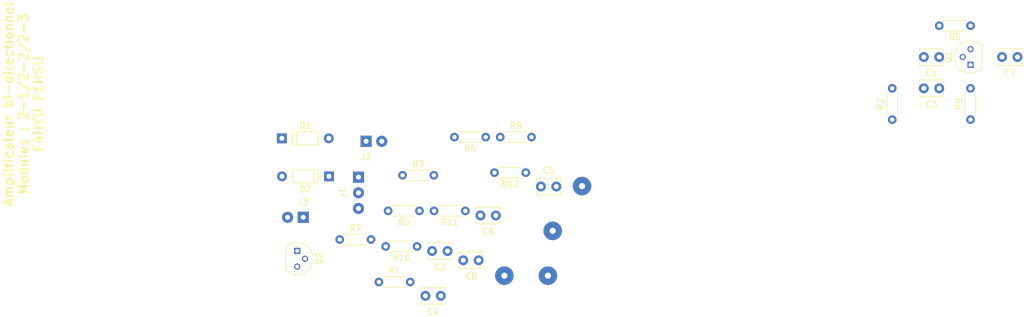
<source format=kicad_pcb>
(kicad_pcb (version 4) (host pcbnew 4.0.7)

  (general
    (links 40)
    (no_connects 40)
    (area 0 0 0 0)
    (thickness 1.6)
    (drawings 1)
    (tracks 0)
    (zones 0)
    (modules 31)
    (nets 18)
  )

  (page A4)
  (layers
    (0 F.Cu signal)
    (31 B.Cu signal)
    (32 B.Adhes user)
    (33 F.Adhes user)
    (34 B.Paste user)
    (35 F.Paste user)
    (36 B.SilkS user)
    (37 F.SilkS user)
    (38 B.Mask user)
    (39 F.Mask user)
    (40 Dwgs.User user)
    (41 Cmts.User user)
    (42 Eco1.User user)
    (43 Eco2.User user)
    (44 Edge.Cuts user)
    (45 Margin user)
    (46 B.CrtYd user)
    (47 F.CrtYd user)
    (48 B.Fab user)
    (49 F.Fab user)
  )

  (setup
    (last_trace_width 1.5)
    (user_trace_width 1)
    (user_trace_width 1.5)
    (user_trace_width 2)
    (trace_clearance 0.2)
    (zone_clearance 0.508)
    (zone_45_only no)
    (trace_min 0.2)
    (segment_width 0.2)
    (edge_width 0.15)
    (via_size 0.6)
    (via_drill 0.4)
    (via_min_size 0.4)
    (via_min_drill 0.3)
    (user_via 1.4 0.8)
    (user_via 1.8 1)
    (user_via 1.8 1)
    (uvia_size 0.3)
    (uvia_drill 0.1)
    (uvias_allowed no)
    (uvia_min_size 0.2)
    (uvia_min_drill 0.1)
    (pcb_text_width 0.3)
    (pcb_text_size 1.5 1.5)
    (mod_edge_width 0.15)
    (mod_text_size 1 1)
    (mod_text_width 0.15)
    (pad_size 1.524 1.524)
    (pad_drill 0.762)
    (pad_to_mask_clearance 0.2)
    (aux_axis_origin 0 0)
    (visible_elements 7FFFFFFF)
    (pcbplotparams
      (layerselection 0x01000_80000001)
      (usegerberextensions false)
      (excludeedgelayer true)
      (linewidth 0.100000)
      (plotframeref false)
      (viasonmask false)
      (mode 1)
      (useauxorigin false)
      (hpglpennumber 1)
      (hpglpenspeed 20)
      (hpglpendiameter 15)
      (hpglpenoverlay 2)
      (psnegative false)
      (psa4output false)
      (plotreference true)
      (plotvalue true)
      (plotinvisibletext false)
      (padsonsilk false)
      (subtractmaskfromsilk false)
      (outputformat 1)
      (mirror false)
      (drillshape 0)
      (scaleselection 1)
      (outputdirectory C:/Users/PORTABLE/Documents/GitProjets/Fablab19-Alex-BITX40-Projet/Kicad/Circuits-Imprimés/Module_2-1_2_3-Amplificateur-Bi-Directionnel-BITX40/Gerbers/))
  )

  (net 0 "")
  (net 1 "Net-(C1-Pad1)")
  (net 2 "Net-(C1-Pad2)")
  (net 3 "Net-(C2-Pad1)")
  (net 4 "Net-(C3-Pad1)")
  (net 5 "Net-(C3-Pad2)")
  (net 6 GND)
  (net 7 "Net-(C4-Pad2)")
  (net 8 "Net-(C5-Pad2)")
  (net 9 "Net-(C6-Pad1)")
  (net 10 "Net-(C6-Pad2)")
  (net 11 "Net-(C7-Pad1)")
  (net 12 "Net-(C7-Pad2)")
  (net 13 "Net-(C8-Pad2)")
  (net 14 "Net-(D1-Pad2)")
  (net 15 "Net-(D2-Pad2)")
  (net 16 TX)
  (net 17 RX)

  (net_class Default "Ceci est la Netclass par défaut"
    (clearance 0.2)
    (trace_width 0.25)
    (via_dia 0.6)
    (via_drill 0.4)
    (uvia_dia 0.3)
    (uvia_drill 0.1)
    (add_net GND)
    (add_net "Net-(C1-Pad1)")
    (add_net "Net-(C1-Pad2)")
    (add_net "Net-(C2-Pad1)")
    (add_net "Net-(C3-Pad1)")
    (add_net "Net-(C3-Pad2)")
    (add_net "Net-(C4-Pad2)")
    (add_net "Net-(C5-Pad2)")
    (add_net "Net-(C6-Pad1)")
    (add_net "Net-(C6-Pad2)")
    (add_net "Net-(C7-Pad1)")
    (add_net "Net-(C7-Pad2)")
    (add_net "Net-(C8-Pad2)")
    (add_net "Net-(D1-Pad2)")
    (add_net "Net-(D2-Pad2)")
    (add_net RX)
    (add_net TX)
  )

  (module Capacitors_THT:C_Disc_D3.8mm_W2.6mm_P2.50mm (layer F.Cu) (tedit 5A8B0471) (tstamp 5A8B0135)
    (at 170.18 76.2 180)
    (descr "C, Disc series, Radial, pin pitch=2.50mm, , diameter*width=3.8*2.6mm^2, Capacitor, http://www.vishay.com/docs/45233/krseries.pdf")
    (tags "C Disc series Radial pin pitch 2.50mm  diameter 3.8mm width 2.6mm Capacitor")
    (path /5A849269)
    (fp_text reference C1 (at 1.25 -2.61 180) (layer F.SilkS)
      (effects (font (size 1 1) (thickness 0.15)))
    )
    (fp_text value 100nF (at 1.25 2.61 180) (layer F.Fab) hide
      (effects (font (size 1 1) (thickness 0.15)))
    )
    (fp_line (start -0.65 -1.3) (end -0.65 1.3) (layer F.Fab) (width 0.1))
    (fp_line (start -0.65 1.3) (end 3.15 1.3) (layer F.Fab) (width 0.1))
    (fp_line (start 3.15 1.3) (end 3.15 -1.3) (layer F.Fab) (width 0.1))
    (fp_line (start 3.15 -1.3) (end -0.65 -1.3) (layer F.Fab) (width 0.1))
    (fp_line (start -0.71 -1.36) (end 3.21 -1.36) (layer F.SilkS) (width 0.12))
    (fp_line (start -0.71 1.36) (end 3.21 1.36) (layer F.SilkS) (width 0.12))
    (fp_line (start -0.71 -1.36) (end -0.71 -0.75) (layer F.SilkS) (width 0.12))
    (fp_line (start -0.71 0.75) (end -0.71 1.36) (layer F.SilkS) (width 0.12))
    (fp_line (start 3.21 -1.36) (end 3.21 -0.75) (layer F.SilkS) (width 0.12))
    (fp_line (start 3.21 0.75) (end 3.21 1.36) (layer F.SilkS) (width 0.12))
    (fp_line (start -1.05 -1.65) (end -1.05 1.65) (layer F.CrtYd) (width 0.05))
    (fp_line (start -1.05 1.65) (end 3.55 1.65) (layer F.CrtYd) (width 0.05))
    (fp_line (start 3.55 1.65) (end 3.55 -1.65) (layer F.CrtYd) (width 0.05))
    (fp_line (start 3.55 -1.65) (end -1.05 -1.65) (layer F.CrtYd) (width 0.05))
    (fp_text user %R (at 1.25 0 180) (layer F.Fab)
      (effects (font (size 1 1) (thickness 0.15)))
    )
    (pad 1 thru_hole circle (at 0 0 180) (size 1.6 1.6) (drill 0.8) (layers *.Cu *.Mask)
      (net 1 "Net-(C1-Pad1)"))
    (pad 2 thru_hole circle (at 2.5 0 180) (size 1.6 1.6) (drill 0.8) (layers *.Cu *.Mask)
      (net 2 "Net-(C1-Pad2)"))
    (model ${KISYS3DMOD}/Capacitors_THT.3dshapes/C_Disc_D3.8mm_W2.6mm_P2.50mm.wrl
      (at (xyz 0 0 0))
      (scale (xyz 1 1 1))
      (rotate (xyz 0 0 0))
    )
  )

  (module Capacitors_THT:C_Disc_D3.8mm_W2.6mm_P2.50mm (layer F.Cu) (tedit 5A8B0EBD) (tstamp 5A8B013B)
    (at 90.395001 107.685 180)
    (descr "C, Disc series, Radial, pin pitch=2.50mm, , diameter*width=3.8*2.6mm^2, Capacitor, http://www.vishay.com/docs/45233/krseries.pdf")
    (tags "C Disc series Radial pin pitch 2.50mm  diameter 3.8mm width 2.6mm Capacitor")
    (path /5A84B2E2)
    (fp_text reference C2 (at 1.25 -2.61 180) (layer F.SilkS)
      (effects (font (size 1 1) (thickness 0.15)))
    )
    (fp_text value 100nF (at 1.25 2.61 180) (layer F.Fab) hide
      (effects (font (size 1 1) (thickness 0.15)))
    )
    (fp_line (start -0.65 -1.3) (end -0.65 1.3) (layer F.Fab) (width 0.1))
    (fp_line (start -0.65 1.3) (end 3.15 1.3) (layer F.Fab) (width 0.1))
    (fp_line (start 3.15 1.3) (end 3.15 -1.3) (layer F.Fab) (width 0.1))
    (fp_line (start 3.15 -1.3) (end -0.65 -1.3) (layer F.Fab) (width 0.1))
    (fp_line (start -0.71 -1.36) (end 3.21 -1.36) (layer F.SilkS) (width 0.12))
    (fp_line (start -0.71 1.36) (end 3.21 1.36) (layer F.SilkS) (width 0.12))
    (fp_line (start -0.71 -1.36) (end -0.71 -0.75) (layer F.SilkS) (width 0.12))
    (fp_line (start -0.71 0.75) (end -0.71 1.36) (layer F.SilkS) (width 0.12))
    (fp_line (start 3.21 -1.36) (end 3.21 -0.75) (layer F.SilkS) (width 0.12))
    (fp_line (start 3.21 0.75) (end 3.21 1.36) (layer F.SilkS) (width 0.12))
    (fp_line (start -1.05 -1.65) (end -1.05 1.65) (layer F.CrtYd) (width 0.05))
    (fp_line (start -1.05 1.65) (end 3.55 1.65) (layer F.CrtYd) (width 0.05))
    (fp_line (start 3.55 1.65) (end 3.55 -1.65) (layer F.CrtYd) (width 0.05))
    (fp_line (start 3.55 -1.65) (end -1.05 -1.65) (layer F.CrtYd) (width 0.05))
    (fp_text user %R (at 1.25 0 180) (layer F.Fab)
      (effects (font (size 1 1) (thickness 0.15)))
    )
    (pad 1 thru_hole circle (at 0 0 180) (size 1.6 1.6) (drill 0.8) (layers *.Cu *.Mask)
      (net 3 "Net-(C2-Pad1)"))
    (pad 2 thru_hole circle (at 2.5 0 180) (size 1.6 1.6) (drill 0.8) (layers *.Cu *.Mask)
      (net 2 "Net-(C1-Pad2)"))
    (model ${KISYS3DMOD}/Capacitors_THT.3dshapes/C_Disc_D3.8mm_W2.6mm_P2.50mm.wrl
      (at (xyz 0 0 0))
      (scale (xyz 1 1 1))
      (rotate (xyz 0 0 0))
    )
  )

  (module Capacitors_THT:C_Disc_D3.8mm_W2.6mm_P2.50mm (layer F.Cu) (tedit 5A8B0483) (tstamp 5A8B0141)
    (at 170.18 81.28 180)
    (descr "C, Disc series, Radial, pin pitch=2.50mm, , diameter*width=3.8*2.6mm^2, Capacitor, http://www.vishay.com/docs/45233/krseries.pdf")
    (tags "C Disc series Radial pin pitch 2.50mm  diameter 3.8mm width 2.6mm Capacitor")
    (path /5A8490F2)
    (fp_text reference C3 (at 1.25 -2.61 180) (layer F.SilkS)
      (effects (font (size 1 1) (thickness 0.15)))
    )
    (fp_text value 100nF (at 1.25 2.61 180) (layer F.Fab) hide
      (effects (font (size 1 1) (thickness 0.15)))
    )
    (fp_line (start -0.65 -1.3) (end -0.65 1.3) (layer F.Fab) (width 0.1))
    (fp_line (start -0.65 1.3) (end 3.15 1.3) (layer F.Fab) (width 0.1))
    (fp_line (start 3.15 1.3) (end 3.15 -1.3) (layer F.Fab) (width 0.1))
    (fp_line (start 3.15 -1.3) (end -0.65 -1.3) (layer F.Fab) (width 0.1))
    (fp_line (start -0.71 -1.36) (end 3.21 -1.36) (layer F.SilkS) (width 0.12))
    (fp_line (start -0.71 1.36) (end 3.21 1.36) (layer F.SilkS) (width 0.12))
    (fp_line (start -0.71 -1.36) (end -0.71 -0.75) (layer F.SilkS) (width 0.12))
    (fp_line (start -0.71 0.75) (end -0.71 1.36) (layer F.SilkS) (width 0.12))
    (fp_line (start 3.21 -1.36) (end 3.21 -0.75) (layer F.SilkS) (width 0.12))
    (fp_line (start 3.21 0.75) (end 3.21 1.36) (layer F.SilkS) (width 0.12))
    (fp_line (start -1.05 -1.65) (end -1.05 1.65) (layer F.CrtYd) (width 0.05))
    (fp_line (start -1.05 1.65) (end 3.55 1.65) (layer F.CrtYd) (width 0.05))
    (fp_line (start 3.55 1.65) (end 3.55 -1.65) (layer F.CrtYd) (width 0.05))
    (fp_line (start 3.55 -1.65) (end -1.05 -1.65) (layer F.CrtYd) (width 0.05))
    (fp_text user %R (at 1.25 0 180) (layer F.Fab)
      (effects (font (size 1 1) (thickness 0.15)))
    )
    (pad 1 thru_hole circle (at 0 0 180) (size 1.6 1.6) (drill 0.8) (layers *.Cu *.Mask)
      (net 4 "Net-(C3-Pad1)"))
    (pad 2 thru_hole circle (at 2.5 0 180) (size 1.6 1.6) (drill 0.8) (layers *.Cu *.Mask)
      (net 5 "Net-(C3-Pad2)"))
    (model ${KISYS3DMOD}/Capacitors_THT.3dshapes/C_Disc_D3.8mm_W2.6mm_P2.50mm.wrl
      (at (xyz 0 0 0))
      (scale (xyz 1 1 1))
      (rotate (xyz 0 0 0))
    )
  )

  (module Capacitors_THT:C_Disc_D3.8mm_W2.6mm_P2.50mm (layer F.Cu) (tedit 5A8B045E) (tstamp 5A8B0147)
    (at 89.305001 114.955 180)
    (descr "C, Disc series, Radial, pin pitch=2.50mm, , diameter*width=3.8*2.6mm^2, Capacitor, http://www.vishay.com/docs/45233/krseries.pdf")
    (tags "C Disc series Radial pin pitch 2.50mm  diameter 3.8mm width 2.6mm Capacitor")
    (path /5A8495E9)
    (fp_text reference C4 (at 1.25 -2.61 180) (layer F.SilkS)
      (effects (font (size 1 1) (thickness 0.15)))
    )
    (fp_text value 100nF (at 1.25 2.61 180) (layer F.Fab) hide
      (effects (font (size 1 1) (thickness 0.15)))
    )
    (fp_line (start -0.65 -1.3) (end -0.65 1.3) (layer F.Fab) (width 0.1))
    (fp_line (start -0.65 1.3) (end 3.15 1.3) (layer F.Fab) (width 0.1))
    (fp_line (start 3.15 1.3) (end 3.15 -1.3) (layer F.Fab) (width 0.1))
    (fp_line (start 3.15 -1.3) (end -0.65 -1.3) (layer F.Fab) (width 0.1))
    (fp_line (start -0.71 -1.36) (end 3.21 -1.36) (layer F.SilkS) (width 0.12))
    (fp_line (start -0.71 1.36) (end 3.21 1.36) (layer F.SilkS) (width 0.12))
    (fp_line (start -0.71 -1.36) (end -0.71 -0.75) (layer F.SilkS) (width 0.12))
    (fp_line (start -0.71 0.75) (end -0.71 1.36) (layer F.SilkS) (width 0.12))
    (fp_line (start 3.21 -1.36) (end 3.21 -0.75) (layer F.SilkS) (width 0.12))
    (fp_line (start 3.21 0.75) (end 3.21 1.36) (layer F.SilkS) (width 0.12))
    (fp_line (start -1.05 -1.65) (end -1.05 1.65) (layer F.CrtYd) (width 0.05))
    (fp_line (start -1.05 1.65) (end 3.55 1.65) (layer F.CrtYd) (width 0.05))
    (fp_line (start 3.55 1.65) (end 3.55 -1.65) (layer F.CrtYd) (width 0.05))
    (fp_line (start 3.55 -1.65) (end -1.05 -1.65) (layer F.CrtYd) (width 0.05))
    (fp_text user %R (at 1.25 0 180) (layer F.Fab)
      (effects (font (size 1 1) (thickness 0.15)))
    )
    (pad 1 thru_hole circle (at 0 0 180) (size 1.6 1.6) (drill 0.8) (layers *.Cu *.Mask)
      (net 6 GND))
    (pad 2 thru_hole circle (at 2.5 0 180) (size 1.6 1.6) (drill 0.8) (layers *.Cu *.Mask)
      (net 7 "Net-(C4-Pad2)"))
    (model ${KISYS3DMOD}/Capacitors_THT.3dshapes/C_Disc_D3.8mm_W2.6mm_P2.50mm.wrl
      (at (xyz 0 0 0))
      (scale (xyz 1 1 1))
      (rotate (xyz 0 0 0))
    )
  )

  (module Capacitors_THT:C_Disc_D3.8mm_W2.6mm_P2.50mm (layer F.Cu) (tedit 5A8B0ED3) (tstamp 5A8B014D)
    (at 105.545001 97.215)
    (descr "C, Disc series, Radial, pin pitch=2.50mm, , diameter*width=3.8*2.6mm^2, Capacitor, http://www.vishay.com/docs/45233/krseries.pdf")
    (tags "C Disc series Radial pin pitch 2.50mm  diameter 3.8mm width 2.6mm Capacitor")
    (path /5A84B2F4)
    (fp_text reference C5 (at 1.25 -2.61) (layer F.SilkS)
      (effects (font (size 1 1) (thickness 0.15)))
    )
    (fp_text value 100nF (at 1.25 2.61) (layer F.Fab) hide
      (effects (font (size 1 1) (thickness 0.15)))
    )
    (fp_line (start -0.65 -1.3) (end -0.65 1.3) (layer F.Fab) (width 0.1))
    (fp_line (start -0.65 1.3) (end 3.15 1.3) (layer F.Fab) (width 0.1))
    (fp_line (start 3.15 1.3) (end 3.15 -1.3) (layer F.Fab) (width 0.1))
    (fp_line (start 3.15 -1.3) (end -0.65 -1.3) (layer F.Fab) (width 0.1))
    (fp_line (start -0.71 -1.36) (end 3.21 -1.36) (layer F.SilkS) (width 0.12))
    (fp_line (start -0.71 1.36) (end 3.21 1.36) (layer F.SilkS) (width 0.12))
    (fp_line (start -0.71 -1.36) (end -0.71 -0.75) (layer F.SilkS) (width 0.12))
    (fp_line (start -0.71 0.75) (end -0.71 1.36) (layer F.SilkS) (width 0.12))
    (fp_line (start 3.21 -1.36) (end 3.21 -0.75) (layer F.SilkS) (width 0.12))
    (fp_line (start 3.21 0.75) (end 3.21 1.36) (layer F.SilkS) (width 0.12))
    (fp_line (start -1.05 -1.65) (end -1.05 1.65) (layer F.CrtYd) (width 0.05))
    (fp_line (start -1.05 1.65) (end 3.55 1.65) (layer F.CrtYd) (width 0.05))
    (fp_line (start 3.55 1.65) (end 3.55 -1.65) (layer F.CrtYd) (width 0.05))
    (fp_line (start 3.55 -1.65) (end -1.05 -1.65) (layer F.CrtYd) (width 0.05))
    (fp_text user %R (at 1.25 0) (layer F.Fab)
      (effects (font (size 1 1) (thickness 0.15)))
    )
    (pad 1 thru_hole circle (at 0 0) (size 1.6 1.6) (drill 0.8) (layers *.Cu *.Mask)
      (net 6 GND))
    (pad 2 thru_hole circle (at 2.5 0) (size 1.6 1.6) (drill 0.8) (layers *.Cu *.Mask)
      (net 8 "Net-(C5-Pad2)"))
    (model ${KISYS3DMOD}/Capacitors_THT.3dshapes/C_Disc_D3.8mm_W2.6mm_P2.50mm.wrl
      (at (xyz 0 0 0))
      (scale (xyz 1 1 1))
      (rotate (xyz 0 0 0))
    )
  )

  (module Capacitors_THT:C_Disc_D3.8mm_W2.6mm_P2.50mm (layer F.Cu) (tedit 5A8B0E8D) (tstamp 5A8B0153)
    (at 98.235001 101.915 180)
    (descr "C, Disc series, Radial, pin pitch=2.50mm, , diameter*width=3.8*2.6mm^2, Capacitor, http://www.vishay.com/docs/45233/krseries.pdf")
    (tags "C Disc series Radial pin pitch 2.50mm  diameter 3.8mm width 2.6mm Capacitor")
    (path /5A84B2D6)
    (fp_text reference C6 (at 1.25 -2.61 180) (layer F.SilkS)
      (effects (font (size 1 1) (thickness 0.15)))
    )
    (fp_text value 100nF (at 1.25 2.61 180) (layer F.Fab) hide
      (effects (font (size 1 1) (thickness 0.15)))
    )
    (fp_line (start -0.65 -1.3) (end -0.65 1.3) (layer F.Fab) (width 0.1))
    (fp_line (start -0.65 1.3) (end 3.15 1.3) (layer F.Fab) (width 0.1))
    (fp_line (start 3.15 1.3) (end 3.15 -1.3) (layer F.Fab) (width 0.1))
    (fp_line (start 3.15 -1.3) (end -0.65 -1.3) (layer F.Fab) (width 0.1))
    (fp_line (start -0.71 -1.36) (end 3.21 -1.36) (layer F.SilkS) (width 0.12))
    (fp_line (start -0.71 1.36) (end 3.21 1.36) (layer F.SilkS) (width 0.12))
    (fp_line (start -0.71 -1.36) (end -0.71 -0.75) (layer F.SilkS) (width 0.12))
    (fp_line (start -0.71 0.75) (end -0.71 1.36) (layer F.SilkS) (width 0.12))
    (fp_line (start 3.21 -1.36) (end 3.21 -0.75) (layer F.SilkS) (width 0.12))
    (fp_line (start 3.21 0.75) (end 3.21 1.36) (layer F.SilkS) (width 0.12))
    (fp_line (start -1.05 -1.65) (end -1.05 1.65) (layer F.CrtYd) (width 0.05))
    (fp_line (start -1.05 1.65) (end 3.55 1.65) (layer F.CrtYd) (width 0.05))
    (fp_line (start 3.55 1.65) (end 3.55 -1.65) (layer F.CrtYd) (width 0.05))
    (fp_line (start 3.55 -1.65) (end -1.05 -1.65) (layer F.CrtYd) (width 0.05))
    (fp_text user %R (at 1.25 0 180) (layer F.Fab)
      (effects (font (size 1 1) (thickness 0.15)))
    )
    (pad 1 thru_hole circle (at 0 0 180) (size 1.6 1.6) (drill 0.8) (layers *.Cu *.Mask)
      (net 9 "Net-(C6-Pad1)"))
    (pad 2 thru_hole circle (at 2.5 0 180) (size 1.6 1.6) (drill 0.8) (layers *.Cu *.Mask)
      (net 10 "Net-(C6-Pad2)"))
    (model ${KISYS3DMOD}/Capacitors_THT.3dshapes/C_Disc_D3.8mm_W2.6mm_P2.50mm.wrl
      (at (xyz 0 0 0))
      (scale (xyz 1 1 1))
      (rotate (xyz 0 0 0))
    )
  )

  (module Capacitors_THT:C_Disc_D3.8mm_W2.6mm_P2.50mm (layer F.Cu) (tedit 5A8B048F) (tstamp 5A8B0159)
    (at 182.88 76.2 180)
    (descr "C, Disc series, Radial, pin pitch=2.50mm, , diameter*width=3.8*2.6mm^2, Capacitor, http://www.vishay.com/docs/45233/krseries.pdf")
    (tags "C Disc series Radial pin pitch 2.50mm  diameter 3.8mm width 2.6mm Capacitor")
    (path /5A849459)
    (fp_text reference C7 (at 1.25 -2.61 180) (layer F.SilkS)
      (effects (font (size 1 1) (thickness 0.15)))
    )
    (fp_text value 100nF (at 1.25 2.61 180) (layer F.Fab) hide
      (effects (font (size 1 1) (thickness 0.15)))
    )
    (fp_line (start -0.65 -1.3) (end -0.65 1.3) (layer F.Fab) (width 0.1))
    (fp_line (start -0.65 1.3) (end 3.15 1.3) (layer F.Fab) (width 0.1))
    (fp_line (start 3.15 1.3) (end 3.15 -1.3) (layer F.Fab) (width 0.1))
    (fp_line (start 3.15 -1.3) (end -0.65 -1.3) (layer F.Fab) (width 0.1))
    (fp_line (start -0.71 -1.36) (end 3.21 -1.36) (layer F.SilkS) (width 0.12))
    (fp_line (start -0.71 1.36) (end 3.21 1.36) (layer F.SilkS) (width 0.12))
    (fp_line (start -0.71 -1.36) (end -0.71 -0.75) (layer F.SilkS) (width 0.12))
    (fp_line (start -0.71 0.75) (end -0.71 1.36) (layer F.SilkS) (width 0.12))
    (fp_line (start 3.21 -1.36) (end 3.21 -0.75) (layer F.SilkS) (width 0.12))
    (fp_line (start 3.21 0.75) (end 3.21 1.36) (layer F.SilkS) (width 0.12))
    (fp_line (start -1.05 -1.65) (end -1.05 1.65) (layer F.CrtYd) (width 0.05))
    (fp_line (start -1.05 1.65) (end 3.55 1.65) (layer F.CrtYd) (width 0.05))
    (fp_line (start 3.55 1.65) (end 3.55 -1.65) (layer F.CrtYd) (width 0.05))
    (fp_line (start 3.55 -1.65) (end -1.05 -1.65) (layer F.CrtYd) (width 0.05))
    (fp_text user %R (at 1.25 0 180) (layer F.Fab)
      (effects (font (size 1 1) (thickness 0.15)))
    )
    (pad 1 thru_hole circle (at 0 0 180) (size 1.6 1.6) (drill 0.8) (layers *.Cu *.Mask)
      (net 11 "Net-(C7-Pad1)"))
    (pad 2 thru_hole circle (at 2.5 0 180) (size 1.6 1.6) (drill 0.8) (layers *.Cu *.Mask)
      (net 12 "Net-(C7-Pad2)"))
    (model ${KISYS3DMOD}/Capacitors_THT.3dshapes/C_Disc_D3.8mm_W2.6mm_P2.50mm.wrl
      (at (xyz 0 0 0))
      (scale (xyz 1 1 1))
      (rotate (xyz 0 0 0))
    )
  )

  (module Capacitors_THT:C_Disc_D3.8mm_W2.6mm_P2.50mm (layer F.Cu) (tedit 5A8B0EAD) (tstamp 5A8B015F)
    (at 95.445001 109.185 180)
    (descr "C, Disc series, Radial, pin pitch=2.50mm, , diameter*width=3.8*2.6mm^2, Capacitor, http://www.vishay.com/docs/45233/krseries.pdf")
    (tags "C Disc series Radial pin pitch 2.50mm  diameter 3.8mm width 2.6mm Capacitor")
    (path /5A84B2DC)
    (fp_text reference C8 (at 1.25 -2.61 180) (layer F.SilkS)
      (effects (font (size 1 1) (thickness 0.15)))
    )
    (fp_text value 100nF (at 1.25 2.61 180) (layer F.Fab) hide
      (effects (font (size 1 1) (thickness 0.15)))
    )
    (fp_line (start -0.65 -1.3) (end -0.65 1.3) (layer F.Fab) (width 0.1))
    (fp_line (start -0.65 1.3) (end 3.15 1.3) (layer F.Fab) (width 0.1))
    (fp_line (start 3.15 1.3) (end 3.15 -1.3) (layer F.Fab) (width 0.1))
    (fp_line (start 3.15 -1.3) (end -0.65 -1.3) (layer F.Fab) (width 0.1))
    (fp_line (start -0.71 -1.36) (end 3.21 -1.36) (layer F.SilkS) (width 0.12))
    (fp_line (start -0.71 1.36) (end 3.21 1.36) (layer F.SilkS) (width 0.12))
    (fp_line (start -0.71 -1.36) (end -0.71 -0.75) (layer F.SilkS) (width 0.12))
    (fp_line (start -0.71 0.75) (end -0.71 1.36) (layer F.SilkS) (width 0.12))
    (fp_line (start 3.21 -1.36) (end 3.21 -0.75) (layer F.SilkS) (width 0.12))
    (fp_line (start 3.21 0.75) (end 3.21 1.36) (layer F.SilkS) (width 0.12))
    (fp_line (start -1.05 -1.65) (end -1.05 1.65) (layer F.CrtYd) (width 0.05))
    (fp_line (start -1.05 1.65) (end 3.55 1.65) (layer F.CrtYd) (width 0.05))
    (fp_line (start 3.55 1.65) (end 3.55 -1.65) (layer F.CrtYd) (width 0.05))
    (fp_line (start 3.55 -1.65) (end -1.05 -1.65) (layer F.CrtYd) (width 0.05))
    (fp_text user %R (at 1.25 0 180) (layer F.Fab)
      (effects (font (size 1 1) (thickness 0.15)))
    )
    (pad 1 thru_hole circle (at 0 0 180) (size 1.6 1.6) (drill 0.8) (layers *.Cu *.Mask)
      (net 11 "Net-(C7-Pad1)"))
    (pad 2 thru_hole circle (at 2.5 0 180) (size 1.6 1.6) (drill 0.8) (layers *.Cu *.Mask)
      (net 13 "Net-(C8-Pad2)"))
    (model ${KISYS3DMOD}/Capacitors_THT.3dshapes/C_Disc_D3.8mm_W2.6mm_P2.50mm.wrl
      (at (xyz 0 0 0))
      (scale (xyz 1 1 1))
      (rotate (xyz 0 0 0))
    )
  )

  (module Diodes_THT:D_DO-35_SOD27_P7.62mm_Horizontal (layer F.Cu) (tedit 5A8B0EC3) (tstamp 5A8B0165)
    (at 63.505001 89.395)
    (descr "D, DO-35_SOD27 series, Axial, Horizontal, pin pitch=7.62mm, , length*diameter=4*2mm^2, , http://www.diodes.com/_files/packages/DO-35.pdf")
    (tags "D DO-35_SOD27 series Axial Horizontal pin pitch 7.62mm  length 4mm diameter 2mm")
    (path /5A84B2E8)
    (fp_text reference D1 (at 3.81 -2.06) (layer F.SilkS)
      (effects (font (size 1 1) (thickness 0.15)))
    )
    (fp_text value 1N4148 (at 3.81 2.06) (layer F.Fab) hide
      (effects (font (size 1 1) (thickness 0.15)))
    )
    (fp_text user %R (at 3.81 0) (layer F.Fab)
      (effects (font (size 1 1) (thickness 0.15)))
    )
    (fp_line (start 1.81 -1) (end 1.81 1) (layer F.Fab) (width 0.1))
    (fp_line (start 1.81 1) (end 5.81 1) (layer F.Fab) (width 0.1))
    (fp_line (start 5.81 1) (end 5.81 -1) (layer F.Fab) (width 0.1))
    (fp_line (start 5.81 -1) (end 1.81 -1) (layer F.Fab) (width 0.1))
    (fp_line (start 0 0) (end 1.81 0) (layer F.Fab) (width 0.1))
    (fp_line (start 7.62 0) (end 5.81 0) (layer F.Fab) (width 0.1))
    (fp_line (start 2.41 -1) (end 2.41 1) (layer F.Fab) (width 0.1))
    (fp_line (start 1.75 -1.06) (end 1.75 1.06) (layer F.SilkS) (width 0.12))
    (fp_line (start 1.75 1.06) (end 5.87 1.06) (layer F.SilkS) (width 0.12))
    (fp_line (start 5.87 1.06) (end 5.87 -1.06) (layer F.SilkS) (width 0.12))
    (fp_line (start 5.87 -1.06) (end 1.75 -1.06) (layer F.SilkS) (width 0.12))
    (fp_line (start 0.98 0) (end 1.75 0) (layer F.SilkS) (width 0.12))
    (fp_line (start 6.64 0) (end 5.87 0) (layer F.SilkS) (width 0.12))
    (fp_line (start 2.41 -1.06) (end 2.41 1.06) (layer F.SilkS) (width 0.12))
    (fp_line (start -1.05 -1.35) (end -1.05 1.35) (layer F.CrtYd) (width 0.05))
    (fp_line (start -1.05 1.35) (end 8.7 1.35) (layer F.CrtYd) (width 0.05))
    (fp_line (start 8.7 1.35) (end 8.7 -1.35) (layer F.CrtYd) (width 0.05))
    (fp_line (start 8.7 -1.35) (end -1.05 -1.35) (layer F.CrtYd) (width 0.05))
    (pad 1 thru_hole rect (at 0 0) (size 1.6 1.6) (drill 0.8) (layers *.Cu *.Mask)
      (net 3 "Net-(C2-Pad1)"))
    (pad 2 thru_hole oval (at 7.62 0) (size 1.6 1.6) (drill 0.8) (layers *.Cu *.Mask)
      (net 14 "Net-(D1-Pad2)"))
    (model ${KISYS3DMOD}/Diodes_THT.3dshapes/D_DO-35_SOD27_P7.62mm_Horizontal.wrl
      (at (xyz 0 0 0))
      (scale (xyz 0.393701 0.393701 0.393701))
      (rotate (xyz 0 0 0))
    )
  )

  (module Diodes_THT:D_DO-35_SOD27_P7.62mm_Horizontal (layer F.Cu) (tedit 5A8B0465) (tstamp 5A8B016B)
    (at 71.155001 95.565 180)
    (descr "D, DO-35_SOD27 series, Axial, Horizontal, pin pitch=7.62mm, , length*diameter=4*2mm^2, , http://www.diodes.com/_files/packages/DO-35.pdf")
    (tags "D DO-35_SOD27 series Axial Horizontal pin pitch 7.62mm  length 4mm diameter 2mm")
    (path /5A8494BD)
    (fp_text reference D2 (at 3.81 -2.06 180) (layer F.SilkS)
      (effects (font (size 1 1) (thickness 0.15)))
    )
    (fp_text value 1N4148 (at 3.81 2.06 180) (layer F.Fab) hide
      (effects (font (size 1 1) (thickness 0.15)))
    )
    (fp_text user %R (at 3.81 0 180) (layer F.Fab)
      (effects (font (size 1 1) (thickness 0.15)))
    )
    (fp_line (start 1.81 -1) (end 1.81 1) (layer F.Fab) (width 0.1))
    (fp_line (start 1.81 1) (end 5.81 1) (layer F.Fab) (width 0.1))
    (fp_line (start 5.81 1) (end 5.81 -1) (layer F.Fab) (width 0.1))
    (fp_line (start 5.81 -1) (end 1.81 -1) (layer F.Fab) (width 0.1))
    (fp_line (start 0 0) (end 1.81 0) (layer F.Fab) (width 0.1))
    (fp_line (start 7.62 0) (end 5.81 0) (layer F.Fab) (width 0.1))
    (fp_line (start 2.41 -1) (end 2.41 1) (layer F.Fab) (width 0.1))
    (fp_line (start 1.75 -1.06) (end 1.75 1.06) (layer F.SilkS) (width 0.12))
    (fp_line (start 1.75 1.06) (end 5.87 1.06) (layer F.SilkS) (width 0.12))
    (fp_line (start 5.87 1.06) (end 5.87 -1.06) (layer F.SilkS) (width 0.12))
    (fp_line (start 5.87 -1.06) (end 1.75 -1.06) (layer F.SilkS) (width 0.12))
    (fp_line (start 0.98 0) (end 1.75 0) (layer F.SilkS) (width 0.12))
    (fp_line (start 6.64 0) (end 5.87 0) (layer F.SilkS) (width 0.12))
    (fp_line (start 2.41 -1.06) (end 2.41 1.06) (layer F.SilkS) (width 0.12))
    (fp_line (start -1.05 -1.35) (end -1.05 1.35) (layer F.CrtYd) (width 0.05))
    (fp_line (start -1.05 1.35) (end 8.7 1.35) (layer F.CrtYd) (width 0.05))
    (fp_line (start 8.7 1.35) (end 8.7 -1.35) (layer F.CrtYd) (width 0.05))
    (fp_line (start 8.7 -1.35) (end -1.05 -1.35) (layer F.CrtYd) (width 0.05))
    (pad 1 thru_hole rect (at 0 0 180) (size 1.6 1.6) (drill 0.8) (layers *.Cu *.Mask)
      (net 12 "Net-(C7-Pad2)"))
    (pad 2 thru_hole oval (at 7.62 0 180) (size 1.6 1.6) (drill 0.8) (layers *.Cu *.Mask)
      (net 15 "Net-(D2-Pad2)"))
    (model ${KISYS3DMOD}/Diodes_THT.3dshapes/D_DO-35_SOD27_P7.62mm_Horizontal.wrl
      (at (xyz 0 0 0))
      (scale (xyz 0.393701 0.393701 0.393701))
      (rotate (xyz 0 0 0))
    )
  )

  (module Raccordement-Filaires:Connect-3pin (layer F.Cu) (tedit 5A8B070C) (tstamp 5A8B0172)
    (at 75.945 98.23762 270)
    (path /5A84882D)
    (fp_text reference J1 (at 0 2.54 270) (layer F.SilkS)
      (effects (font (size 1 1) (thickness 0.15)))
    )
    (fp_text value Conn_01x03 (at 0 -2.54 270) (layer F.Fab) hide
      (effects (font (size 1 1) (thickness 0.15)))
    )
    (pad 1 thru_hole rect (at -2.54 0 270) (size 1.8 1.8) (drill 0.8) (layers *.Cu *.Mask)
      (net 16 TX))
    (pad 2 thru_hole circle (at 0 0 270) (size 1.8 1.8) (drill 0.8) (layers *.Cu *.Mask)
      (net 17 RX))
    (pad 3 thru_hole circle (at 2.54 0 270) (size 1.8 1.8) (drill 0.8) (layers *.Cu *.Mask)
      (net 6 GND))
  )

  (module Raccordement-Filaires:Connect-2pin (layer F.Cu) (tedit 5A8B049B) (tstamp 5A8B0178)
    (at 77.177619 89.875)
    (path /5A8499CD)
    (fp_text reference J2 (at 0 2.54) (layer F.SilkS)
      (effects (font (size 1 1) (thickness 0.15)))
    )
    (fp_text value Conn_01x02 (at 0 -2.54) (layer F.Fab) hide
      (effects (font (size 1 1) (thickness 0.15)))
    )
    (pad 1 thru_hole rect (at 0 0) (size 1.8 1.8) (drill 0.8) (layers *.Cu *.Mask)
      (net 2 "Net-(C1-Pad2)"))
    (pad 2 thru_hole circle (at 2.54 0) (size 1.8 1.8) (drill 0.8) (layers *.Cu *.Mask)
      (net 6 GND))
  )

  (module Raccordement-Filaires:Connect-2pin (layer F.Cu) (tedit 5A8B0719) (tstamp 5A8B017E)
    (at 66.977619 102.215 180)
    (path /5A849E15)
    (fp_text reference J3 (at 0 2.54 180) (layer F.SilkS)
      (effects (font (size 1 1) (thickness 0.15)))
    )
    (fp_text value Conn_01x02 (at 0 -2.54 180) (layer F.Fab) hide
      (effects (font (size 1 1) (thickness 0.15)))
    )
    (pad 1 thru_hole rect (at 0 0 180) (size 1.8 1.8) (drill 0.8) (layers *.Cu *.Mask)
      (net 11 "Net-(C7-Pad1)"))
    (pad 2 thru_hole circle (at 2.54 0 180) (size 1.8 1.8) (drill 0.8) (layers *.Cu *.Mask)
      (net 6 GND))
  )

  (module TO_SOT_Packages_THT:TO-92_Molded_Narrow (layer F.Cu) (tedit 5A8B0E7D) (tstamp 5A8B0185)
    (at 175.26 77.47 90)
    (descr "TO-92 leads molded, narrow, drill 0.6mm (see NXP sot054_po.pdf)")
    (tags "to-92 sc-43 sc-43a sot54 PA33 transistor")
    (path /5A848F77)
    (fp_text reference Q1 (at 1.27 -3.56 90) (layer F.SilkS)
      (effects (font (size 1 1) (thickness 0.15)))
    )
    (fp_text value 2N3904 (at 1.27 2.79 90) (layer F.Fab) hide
      (effects (font (size 1 1) (thickness 0.15)))
    )
    (fp_text user %R (at 1.27 -3.56 90) (layer F.Fab)
      (effects (font (size 1 1) (thickness 0.15)))
    )
    (fp_line (start -0.53 1.85) (end 3.07 1.85) (layer F.SilkS) (width 0.12))
    (fp_line (start -0.5 1.75) (end 3 1.75) (layer F.Fab) (width 0.1))
    (fp_line (start -1.46 -2.73) (end 4 -2.73) (layer F.CrtYd) (width 0.05))
    (fp_line (start -1.46 -2.73) (end -1.46 2.01) (layer F.CrtYd) (width 0.05))
    (fp_line (start 4 2.01) (end 4 -2.73) (layer F.CrtYd) (width 0.05))
    (fp_line (start 4 2.01) (end -1.46 2.01) (layer F.CrtYd) (width 0.05))
    (fp_arc (start 1.27 0) (end 1.27 -2.48) (angle 135) (layer F.Fab) (width 0.1))
    (fp_arc (start 1.27 0) (end 1.27 -2.6) (angle -135) (layer F.SilkS) (width 0.12))
    (fp_arc (start 1.27 0) (end 1.27 -2.48) (angle -135) (layer F.Fab) (width 0.1))
    (fp_arc (start 1.27 0) (end 1.27 -2.6) (angle 135) (layer F.SilkS) (width 0.12))
    (pad 2 thru_hole circle (at 1.27 -1.27 180) (size 1 1) (drill 0.6) (layers *.Cu *.Mask)
      (net 1 "Net-(C1-Pad1)"))
    (pad 3 thru_hole circle (at 2.54 0 180) (size 1 1) (drill 0.6) (layers *.Cu *.Mask)
      (net 12 "Net-(C7-Pad2)"))
    (pad 1 thru_hole rect (at 0 0 180) (size 1 1) (drill 0.6) (layers *.Cu *.Mask)
      (net 4 "Net-(C3-Pad1)"))
    (model ${KISYS3DMOD}/TO_SOT_Packages_THT.3dshapes/TO-92_Molded_Narrow.wrl
      (at (xyz 0.05 0 0))
      (scale (xyz 1 1 1))
      (rotate (xyz 0 0 -90))
    )
  )

  (module TO_SOT_Packages_THT:TO-92_Molded_Narrow (layer F.Cu) (tedit 5A8B0EB3) (tstamp 5A8B018C)
    (at 65.995 107.664762 270)
    (descr "TO-92 leads molded, narrow, drill 0.6mm (see NXP sot054_po.pdf)")
    (tags "to-92 sc-43 sc-43a sot54 PA33 transistor")
    (path /5A84B2D0)
    (fp_text reference Q2 (at 1.27 -3.56 270) (layer F.SilkS)
      (effects (font (size 1 1) (thickness 0.15)))
    )
    (fp_text value 2N3904 (at 1.27 2.79 270) (layer F.Fab) hide
      (effects (font (size 1 1) (thickness 0.15)))
    )
    (fp_text user %R (at 1.27 -3.56 270) (layer F.Fab)
      (effects (font (size 1 1) (thickness 0.15)))
    )
    (fp_line (start -0.53 1.85) (end 3.07 1.85) (layer F.SilkS) (width 0.12))
    (fp_line (start -0.5 1.75) (end 3 1.75) (layer F.Fab) (width 0.1))
    (fp_line (start -1.46 -2.73) (end 4 -2.73) (layer F.CrtYd) (width 0.05))
    (fp_line (start -1.46 -2.73) (end -1.46 2.01) (layer F.CrtYd) (width 0.05))
    (fp_line (start 4 2.01) (end 4 -2.73) (layer F.CrtYd) (width 0.05))
    (fp_line (start 4 2.01) (end -1.46 2.01) (layer F.CrtYd) (width 0.05))
    (fp_arc (start 1.27 0) (end 1.27 -2.48) (angle 135) (layer F.Fab) (width 0.1))
    (fp_arc (start 1.27 0) (end 1.27 -2.6) (angle -135) (layer F.SilkS) (width 0.12))
    (fp_arc (start 1.27 0) (end 1.27 -2.48) (angle -135) (layer F.Fab) (width 0.1))
    (fp_arc (start 1.27 0) (end 1.27 -2.6) (angle 135) (layer F.SilkS) (width 0.12))
    (pad 2 thru_hole circle (at 1.27 -1.27) (size 1 1) (drill 0.6) (layers *.Cu *.Mask)
      (net 13 "Net-(C8-Pad2)"))
    (pad 3 thru_hole circle (at 2.54 0) (size 1 1) (drill 0.6) (layers *.Cu *.Mask)
      (net 3 "Net-(C2-Pad1)"))
    (pad 1 thru_hole rect (at 0 0) (size 1 1) (drill 0.6) (layers *.Cu *.Mask)
      (net 10 "Net-(C6-Pad2)"))
    (model ${KISYS3DMOD}/TO_SOT_Packages_THT.3dshapes/TO-92_Molded_Narrow.wrl
      (at (xyz 0.05 0 0))
      (scale (xyz 1 1 1))
      (rotate (xyz 0 0 -90))
    )
  )

  (module Resistors_THT:R_Axial_DIN0204_L3.6mm_D1.6mm_P5.08mm_Horizontal (layer F.Cu) (tedit 5A8B0478) (tstamp 5A8B0192)
    (at 79.255001 112.705)
    (descr "Resistor, Axial_DIN0204 series, Axial, Horizontal, pin pitch=5.08mm, 0.16666666666666666W = 1/6W, length*diameter=3.6*1.6mm^2, http://cdn-reichelt.de/documents/datenblatt/B400/1_4W%23YAG.pdf")
    (tags "Resistor Axial_DIN0204 series Axial Horizontal pin pitch 5.08mm 0.16666666666666666W = 1/6W length 3.6mm diameter 1.6mm")
    (path /5A848BEA)
    (fp_text reference R1 (at 2.54 -1.86) (layer F.SilkS)
      (effects (font (size 1 1) (thickness 0.15)))
    )
    (fp_text value 1K (at 2.54 1.86) (layer F.Fab) hide
      (effects (font (size 1 1) (thickness 0.15)))
    )
    (fp_line (start 0.74 -0.8) (end 0.74 0.8) (layer F.Fab) (width 0.1))
    (fp_line (start 0.74 0.8) (end 4.34 0.8) (layer F.Fab) (width 0.1))
    (fp_line (start 4.34 0.8) (end 4.34 -0.8) (layer F.Fab) (width 0.1))
    (fp_line (start 4.34 -0.8) (end 0.74 -0.8) (layer F.Fab) (width 0.1))
    (fp_line (start 0 0) (end 0.74 0) (layer F.Fab) (width 0.1))
    (fp_line (start 5.08 0) (end 4.34 0) (layer F.Fab) (width 0.1))
    (fp_line (start 0.68 -0.86) (end 4.4 -0.86) (layer F.SilkS) (width 0.12))
    (fp_line (start 0.68 0.86) (end 4.4 0.86) (layer F.SilkS) (width 0.12))
    (fp_line (start -0.95 -1.15) (end -0.95 1.15) (layer F.CrtYd) (width 0.05))
    (fp_line (start -0.95 1.15) (end 6.05 1.15) (layer F.CrtYd) (width 0.05))
    (fp_line (start 6.05 1.15) (end 6.05 -1.15) (layer F.CrtYd) (width 0.05))
    (fp_line (start 6.05 -1.15) (end -0.95 -1.15) (layer F.CrtYd) (width 0.05))
    (pad 1 thru_hole circle (at 0 0) (size 1.4 1.4) (drill 0.7) (layers *.Cu *.Mask)
      (net 6 GND))
    (pad 2 thru_hole oval (at 5.08 0) (size 1.4 1.4) (drill 0.7) (layers *.Cu *.Mask)
      (net 1 "Net-(C1-Pad1)"))
    (model ${KISYS3DMOD}/Resistors_THT.3dshapes/R_Axial_DIN0204_L3.6mm_D1.6mm_P5.08mm_Horizontal.wrl
      (at (xyz 0 0 0))
      (scale (xyz 0.393701 0.393701 0.393701))
      (rotate (xyz 0 0 0))
    )
  )

  (module Resistors_THT:R_Axial_DIN0204_L3.6mm_D1.6mm_P5.08mm_Horizontal (layer F.Cu) (tedit 5A8B047D) (tstamp 5A8B0198)
    (at 162.56 86.36 90)
    (descr "Resistor, Axial_DIN0204 series, Axial, Horizontal, pin pitch=5.08mm, 0.16666666666666666W = 1/6W, length*diameter=3.6*1.6mm^2, http://cdn-reichelt.de/documents/datenblatt/B400/1_4W%23YAG.pdf")
    (tags "Resistor Axial_DIN0204 series Axial Horizontal pin pitch 5.08mm 0.16666666666666666W = 1/6W length 3.6mm diameter 1.6mm")
    (path /5A848EE1)
    (fp_text reference R2 (at 2.54 -1.86 90) (layer F.SilkS)
      (effects (font (size 1 1) (thickness 0.15)))
    )
    (fp_text value 10 (at 2.54 1.86 90) (layer F.Fab) hide
      (effects (font (size 1 1) (thickness 0.15)))
    )
    (fp_line (start 0.74 -0.8) (end 0.74 0.8) (layer F.Fab) (width 0.1))
    (fp_line (start 0.74 0.8) (end 4.34 0.8) (layer F.Fab) (width 0.1))
    (fp_line (start 4.34 0.8) (end 4.34 -0.8) (layer F.Fab) (width 0.1))
    (fp_line (start 4.34 -0.8) (end 0.74 -0.8) (layer F.Fab) (width 0.1))
    (fp_line (start 0 0) (end 0.74 0) (layer F.Fab) (width 0.1))
    (fp_line (start 5.08 0) (end 4.34 0) (layer F.Fab) (width 0.1))
    (fp_line (start 0.68 -0.86) (end 4.4 -0.86) (layer F.SilkS) (width 0.12))
    (fp_line (start 0.68 0.86) (end 4.4 0.86) (layer F.SilkS) (width 0.12))
    (fp_line (start -0.95 -1.15) (end -0.95 1.15) (layer F.CrtYd) (width 0.05))
    (fp_line (start -0.95 1.15) (end 6.05 1.15) (layer F.CrtYd) (width 0.05))
    (fp_line (start 6.05 1.15) (end 6.05 -1.15) (layer F.CrtYd) (width 0.05))
    (fp_line (start 6.05 -1.15) (end -0.95 -1.15) (layer F.CrtYd) (width 0.05))
    (pad 1 thru_hole circle (at 0 0 90) (size 1.4 1.4) (drill 0.7) (layers *.Cu *.Mask)
      (net 6 GND))
    (pad 2 thru_hole oval (at 5.08 0 90) (size 1.4 1.4) (drill 0.7) (layers *.Cu *.Mask)
      (net 5 "Net-(C3-Pad2)"))
    (model ${KISYS3DMOD}/Resistors_THT.3dshapes/R_Axial_DIN0204_L3.6mm_D1.6mm_P5.08mm_Horizontal.wrl
      (at (xyz 0 0 0))
      (scale (xyz 0.393701 0.393701 0.393701))
      (rotate (xyz 0 0 0))
    )
  )

  (module Resistors_THT:R_Axial_DIN0204_L3.6mm_D1.6mm_P5.08mm_Horizontal (layer F.Cu) (tedit 5A8B0453) (tstamp 5A8B019E)
    (at 83.095001 95.395)
    (descr "Resistor, Axial_DIN0204 series, Axial, Horizontal, pin pitch=5.08mm, 0.16666666666666666W = 1/6W, length*diameter=3.6*1.6mm^2, http://cdn-reichelt.de/documents/datenblatt/B400/1_4W%23YAG.pdf")
    (tags "Resistor Axial_DIN0204 series Axial Horizontal pin pitch 5.08mm 0.16666666666666666W = 1/6W length 3.6mm diameter 1.6mm")
    (path /5A8B176E)
    (fp_text reference R3 (at 2.54 -1.86) (layer F.SilkS)
      (effects (font (size 1 1) (thickness 0.15)))
    )
    (fp_text value 10 (at 2.54 1.86) (layer F.Fab) hide
      (effects (font (size 1 1) (thickness 0.15)))
    )
    (fp_line (start 0.74 -0.8) (end 0.74 0.8) (layer F.Fab) (width 0.1))
    (fp_line (start 0.74 0.8) (end 4.34 0.8) (layer F.Fab) (width 0.1))
    (fp_line (start 4.34 0.8) (end 4.34 -0.8) (layer F.Fab) (width 0.1))
    (fp_line (start 4.34 -0.8) (end 0.74 -0.8) (layer F.Fab) (width 0.1))
    (fp_line (start 0 0) (end 0.74 0) (layer F.Fab) (width 0.1))
    (fp_line (start 5.08 0) (end 4.34 0) (layer F.Fab) (width 0.1))
    (fp_line (start 0.68 -0.86) (end 4.4 -0.86) (layer F.SilkS) (width 0.12))
    (fp_line (start 0.68 0.86) (end 4.4 0.86) (layer F.SilkS) (width 0.12))
    (fp_line (start -0.95 -1.15) (end -0.95 1.15) (layer F.CrtYd) (width 0.05))
    (fp_line (start -0.95 1.15) (end 6.05 1.15) (layer F.CrtYd) (width 0.05))
    (fp_line (start 6.05 1.15) (end 6.05 -1.15) (layer F.CrtYd) (width 0.05))
    (fp_line (start 6.05 -1.15) (end -0.95 -1.15) (layer F.CrtYd) (width 0.05))
    (pad 1 thru_hole circle (at 0 0) (size 1.4 1.4) (drill 0.7) (layers *.Cu *.Mask)
      (net 17 RX))
    (pad 2 thru_hole oval (at 5.08 0) (size 1.4 1.4) (drill 0.7) (layers *.Cu *.Mask)
      (net 7 "Net-(C4-Pad2)"))
    (model ${KISYS3DMOD}/Resistors_THT.3dshapes/R_Axial_DIN0204_L3.6mm_D1.6mm_P5.08mm_Horizontal.wrl
      (at (xyz 0 0 0))
      (scale (xyz 0.393701 0.393701 0.393701))
      (rotate (xyz 0 0 0))
    )
  )

  (module Resistors_THT:R_Axial_DIN0204_L3.6mm_D1.6mm_P5.08mm_Horizontal (layer F.Cu) (tedit 5A8B0ECE) (tstamp 5A8B01A4)
    (at 96.595001 89.195 180)
    (descr "Resistor, Axial_DIN0204 series, Axial, Horizontal, pin pitch=5.08mm, 0.16666666666666666W = 1/6W, length*diameter=3.6*1.6mm^2, http://cdn-reichelt.de/documents/datenblatt/B400/1_4W%23YAG.pdf")
    (tags "Resistor Axial_DIN0204 series Axial Horizontal pin pitch 5.08mm 0.16666666666666666W = 1/6W length 3.6mm diameter 1.6mm")
    (path /5A8B182D)
    (fp_text reference R4 (at 2.54 -1.86 180) (layer F.SilkS)
      (effects (font (size 1 1) (thickness 0.15)))
    )
    (fp_text value 10 (at 2.54 1.86 180) (layer F.Fab) hide
      (effects (font (size 1 1) (thickness 0.15)))
    )
    (fp_line (start 0.74 -0.8) (end 0.74 0.8) (layer F.Fab) (width 0.1))
    (fp_line (start 0.74 0.8) (end 4.34 0.8) (layer F.Fab) (width 0.1))
    (fp_line (start 4.34 0.8) (end 4.34 -0.8) (layer F.Fab) (width 0.1))
    (fp_line (start 4.34 -0.8) (end 0.74 -0.8) (layer F.Fab) (width 0.1))
    (fp_line (start 0 0) (end 0.74 0) (layer F.Fab) (width 0.1))
    (fp_line (start 5.08 0) (end 4.34 0) (layer F.Fab) (width 0.1))
    (fp_line (start 0.68 -0.86) (end 4.4 -0.86) (layer F.SilkS) (width 0.12))
    (fp_line (start 0.68 0.86) (end 4.4 0.86) (layer F.SilkS) (width 0.12))
    (fp_line (start -0.95 -1.15) (end -0.95 1.15) (layer F.CrtYd) (width 0.05))
    (fp_line (start -0.95 1.15) (end 6.05 1.15) (layer F.CrtYd) (width 0.05))
    (fp_line (start 6.05 1.15) (end 6.05 -1.15) (layer F.CrtYd) (width 0.05))
    (fp_line (start 6.05 -1.15) (end -0.95 -1.15) (layer F.CrtYd) (width 0.05))
    (pad 1 thru_hole circle (at 0 0 180) (size 1.4 1.4) (drill 0.7) (layers *.Cu *.Mask)
      (net 16 TX))
    (pad 2 thru_hole oval (at 5.08 0 180) (size 1.4 1.4) (drill 0.7) (layers *.Cu *.Mask)
      (net 8 "Net-(C5-Pad2)"))
    (model ${KISYS3DMOD}/Resistors_THT.3dshapes/R_Axial_DIN0204_L3.6mm_D1.6mm_P5.08mm_Horizontal.wrl
      (at (xyz 0 0 0))
      (scale (xyz 0.393701 0.393701 0.393701))
      (rotate (xyz 0 0 0))
    )
  )

  (module Resistors_THT:R_Axial_DIN0204_L3.6mm_D1.6mm_P5.08mm_Horizontal (layer F.Cu) (tedit 5A8B046B) (tstamp 5A8B01AA)
    (at 175.26 71.12 180)
    (descr "Resistor, Axial_DIN0204 series, Axial, Horizontal, pin pitch=5.08mm, 0.16666666666666666W = 1/6W, length*diameter=3.6*1.6mm^2, http://cdn-reichelt.de/documents/datenblatt/B400/1_4W%23YAG.pdf")
    (tags "Resistor Axial_DIN0204 series Axial Horizontal pin pitch 5.08mm 0.16666666666666666W = 1/6W length 3.6mm diameter 1.6mm")
    (path /5A848BA0)
    (fp_text reference R5 (at 2.54 -1.86 180) (layer F.SilkS)
      (effects (font (size 1 1) (thickness 0.15)))
    )
    (fp_text value 2.2K (at 2.54 1.86 180) (layer F.Fab) hide
      (effects (font (size 1 1) (thickness 0.15)))
    )
    (fp_line (start 0.74 -0.8) (end 0.74 0.8) (layer F.Fab) (width 0.1))
    (fp_line (start 0.74 0.8) (end 4.34 0.8) (layer F.Fab) (width 0.1))
    (fp_line (start 4.34 0.8) (end 4.34 -0.8) (layer F.Fab) (width 0.1))
    (fp_line (start 4.34 -0.8) (end 0.74 -0.8) (layer F.Fab) (width 0.1))
    (fp_line (start 0 0) (end 0.74 0) (layer F.Fab) (width 0.1))
    (fp_line (start 5.08 0) (end 4.34 0) (layer F.Fab) (width 0.1))
    (fp_line (start 0.68 -0.86) (end 4.4 -0.86) (layer F.SilkS) (width 0.12))
    (fp_line (start 0.68 0.86) (end 4.4 0.86) (layer F.SilkS) (width 0.12))
    (fp_line (start -0.95 -1.15) (end -0.95 1.15) (layer F.CrtYd) (width 0.05))
    (fp_line (start -0.95 1.15) (end 6.05 1.15) (layer F.CrtYd) (width 0.05))
    (fp_line (start 6.05 1.15) (end 6.05 -1.15) (layer F.CrtYd) (width 0.05))
    (fp_line (start 6.05 -1.15) (end -0.95 -1.15) (layer F.CrtYd) (width 0.05))
    (pad 1 thru_hole circle (at 0 0 180) (size 1.4 1.4) (drill 0.7) (layers *.Cu *.Mask)
      (net 12 "Net-(C7-Pad2)"))
    (pad 2 thru_hole oval (at 5.08 0 180) (size 1.4 1.4) (drill 0.7) (layers *.Cu *.Mask)
      (net 1 "Net-(C1-Pad1)"))
    (model ${KISYS3DMOD}/Resistors_THT.3dshapes/R_Axial_DIN0204_L3.6mm_D1.6mm_P5.08mm_Horizontal.wrl
      (at (xyz 0 0 0))
      (scale (xyz 0.393701 0.393701 0.393701))
      (rotate (xyz 0 0 0))
    )
  )

  (module Resistors_THT:R_Axial_DIN0204_L3.6mm_D1.6mm_P5.08mm_Horizontal (layer F.Cu) (tedit 5A8B0EC7) (tstamp 5A8B01B0)
    (at 85.835001 101.165 180)
    (descr "Resistor, Axial_DIN0204 series, Axial, Horizontal, pin pitch=5.08mm, 0.16666666666666666W = 1/6W, length*diameter=3.6*1.6mm^2, http://cdn-reichelt.de/documents/datenblatt/B400/1_4W%23YAG.pdf")
    (tags "Resistor Axial_DIN0204 series Axial Horizontal pin pitch 5.08mm 0.16666666666666666W = 1/6W length 3.6mm diameter 1.6mm")
    (path /5A84B2EE)
    (fp_text reference R6 (at 2.54 -1.86 180) (layer F.SilkS)
      (effects (font (size 1 1) (thickness 0.15)))
    )
    (fp_text value 220 (at 2.54 1.86 180) (layer F.Fab) hide
      (effects (font (size 1 1) (thickness 0.15)))
    )
    (fp_line (start 0.74 -0.8) (end 0.74 0.8) (layer F.Fab) (width 0.1))
    (fp_line (start 0.74 0.8) (end 4.34 0.8) (layer F.Fab) (width 0.1))
    (fp_line (start 4.34 0.8) (end 4.34 -0.8) (layer F.Fab) (width 0.1))
    (fp_line (start 4.34 -0.8) (end 0.74 -0.8) (layer F.Fab) (width 0.1))
    (fp_line (start 0 0) (end 0.74 0) (layer F.Fab) (width 0.1))
    (fp_line (start 5.08 0) (end 4.34 0) (layer F.Fab) (width 0.1))
    (fp_line (start 0.68 -0.86) (end 4.4 -0.86) (layer F.SilkS) (width 0.12))
    (fp_line (start 0.68 0.86) (end 4.4 0.86) (layer F.SilkS) (width 0.12))
    (fp_line (start -0.95 -1.15) (end -0.95 1.15) (layer F.CrtYd) (width 0.05))
    (fp_line (start -0.95 1.15) (end 6.05 1.15) (layer F.CrtYd) (width 0.05))
    (fp_line (start 6.05 1.15) (end 6.05 -1.15) (layer F.CrtYd) (width 0.05))
    (fp_line (start 6.05 -1.15) (end -0.95 -1.15) (layer F.CrtYd) (width 0.05))
    (pad 1 thru_hole circle (at 0 0 180) (size 1.4 1.4) (drill 0.7) (layers *.Cu *.Mask)
      (net 14 "Net-(D1-Pad2)"))
    (pad 2 thru_hole oval (at 5.08 0 180) (size 1.4 1.4) (drill 0.7) (layers *.Cu *.Mask)
      (net 8 "Net-(C5-Pad2)"))
    (model ${KISYS3DMOD}/Resistors_THT.3dshapes/R_Axial_DIN0204_L3.6mm_D1.6mm_P5.08mm_Horizontal.wrl
      (at (xyz 0 0 0))
      (scale (xyz 0.393701 0.393701 0.393701))
      (rotate (xyz 0 0 0))
    )
  )

  (module Resistors_THT:R_Axial_DIN0204_L3.6mm_D1.6mm_P5.08mm_Horizontal (layer F.Cu) (tedit 5A8B0E96) (tstamp 5A8B01B6)
    (at 72.895001 105.815)
    (descr "Resistor, Axial_DIN0204 series, Axial, Horizontal, pin pitch=5.08mm, 0.16666666666666666W = 1/6W, length*diameter=3.6*1.6mm^2, http://cdn-reichelt.de/documents/datenblatt/B400/1_4W%23YAG.pdf")
    (tags "Resistor Axial_DIN0204 series Axial Horizontal pin pitch 5.08mm 0.16666666666666666W = 1/6W length 3.6mm diameter 1.6mm")
    (path /5A84B2CA)
    (fp_text reference R7 (at 2.54 -1.86) (layer F.SilkS)
      (effects (font (size 1 1) (thickness 0.15)))
    )
    (fp_text value 100 (at 2.54 1.86) (layer F.Fab) hide
      (effects (font (size 1 1) (thickness 0.15)))
    )
    (fp_line (start 0.74 -0.8) (end 0.74 0.8) (layer F.Fab) (width 0.1))
    (fp_line (start 0.74 0.8) (end 4.34 0.8) (layer F.Fab) (width 0.1))
    (fp_line (start 4.34 0.8) (end 4.34 -0.8) (layer F.Fab) (width 0.1))
    (fp_line (start 4.34 -0.8) (end 0.74 -0.8) (layer F.Fab) (width 0.1))
    (fp_line (start 0 0) (end 0.74 0) (layer F.Fab) (width 0.1))
    (fp_line (start 5.08 0) (end 4.34 0) (layer F.Fab) (width 0.1))
    (fp_line (start 0.68 -0.86) (end 4.4 -0.86) (layer F.SilkS) (width 0.12))
    (fp_line (start 0.68 0.86) (end 4.4 0.86) (layer F.SilkS) (width 0.12))
    (fp_line (start -0.95 -1.15) (end -0.95 1.15) (layer F.CrtYd) (width 0.05))
    (fp_line (start -0.95 1.15) (end 6.05 1.15) (layer F.CrtYd) (width 0.05))
    (fp_line (start 6.05 1.15) (end 6.05 -1.15) (layer F.CrtYd) (width 0.05))
    (fp_line (start 6.05 -1.15) (end -0.95 -1.15) (layer F.CrtYd) (width 0.05))
    (pad 1 thru_hole circle (at 0 0) (size 1.4 1.4) (drill 0.7) (layers *.Cu *.Mask)
      (net 6 GND))
    (pad 2 thru_hole oval (at 5.08 0) (size 1.4 1.4) (drill 0.7) (layers *.Cu *.Mask)
      (net 10 "Net-(C6-Pad2)"))
    (model ${KISYS3DMOD}/Resistors_THT.3dshapes/R_Axial_DIN0204_L3.6mm_D1.6mm_P5.08mm_Horizontal.wrl
      (at (xyz 0 0 0))
      (scale (xyz 0.393701 0.393701 0.393701))
      (rotate (xyz 0 0 0))
    )
  )

  (module Resistors_THT:R_Axial_DIN0204_L3.6mm_D1.6mm_P5.08mm_Horizontal (layer F.Cu) (tedit 5A8B0488) (tstamp 5A8B01BC)
    (at 175.26 86.36 90)
    (descr "Resistor, Axial_DIN0204 series, Axial, Horizontal, pin pitch=5.08mm, 0.16666666666666666W = 1/6W, length*diameter=3.6*1.6mm^2, http://cdn-reichelt.de/documents/datenblatt/B400/1_4W%23YAG.pdf")
    (tags "Resistor Axial_DIN0204 series Axial Horizontal pin pitch 5.08mm 0.16666666666666666W = 1/6W length 3.6mm diameter 1.6mm")
    (path /5A848F23)
    (fp_text reference R8 (at 2.54 -1.86 90) (layer F.SilkS)
      (effects (font (size 1 1) (thickness 0.15)))
    )
    (fp_text value 100 (at 2.54 1.86 90) (layer F.Fab) hide
      (effects (font (size 1 1) (thickness 0.15)))
    )
    (fp_line (start 0.74 -0.8) (end 0.74 0.8) (layer F.Fab) (width 0.1))
    (fp_line (start 0.74 0.8) (end 4.34 0.8) (layer F.Fab) (width 0.1))
    (fp_line (start 4.34 0.8) (end 4.34 -0.8) (layer F.Fab) (width 0.1))
    (fp_line (start 4.34 -0.8) (end 0.74 -0.8) (layer F.Fab) (width 0.1))
    (fp_line (start 0 0) (end 0.74 0) (layer F.Fab) (width 0.1))
    (fp_line (start 5.08 0) (end 4.34 0) (layer F.Fab) (width 0.1))
    (fp_line (start 0.68 -0.86) (end 4.4 -0.86) (layer F.SilkS) (width 0.12))
    (fp_line (start 0.68 0.86) (end 4.4 0.86) (layer F.SilkS) (width 0.12))
    (fp_line (start -0.95 -1.15) (end -0.95 1.15) (layer F.CrtYd) (width 0.05))
    (fp_line (start -0.95 1.15) (end 6.05 1.15) (layer F.CrtYd) (width 0.05))
    (fp_line (start 6.05 1.15) (end 6.05 -1.15) (layer F.CrtYd) (width 0.05))
    (fp_line (start 6.05 -1.15) (end -0.95 -1.15) (layer F.CrtYd) (width 0.05))
    (pad 1 thru_hole circle (at 0 0 90) (size 1.4 1.4) (drill 0.7) (layers *.Cu *.Mask)
      (net 6 GND))
    (pad 2 thru_hole oval (at 5.08 0 90) (size 1.4 1.4) (drill 0.7) (layers *.Cu *.Mask)
      (net 4 "Net-(C3-Pad1)"))
    (model ${KISYS3DMOD}/Resistors_THT.3dshapes/R_Axial_DIN0204_L3.6mm_D1.6mm_P5.08mm_Horizontal.wrl
      (at (xyz 0 0 0))
      (scale (xyz 0.393701 0.393701 0.393701))
      (rotate (xyz 0 0 0))
    )
  )

  (module Resistors_THT:R_Axial_DIN0204_L3.6mm_D1.6mm_P5.08mm_Horizontal (layer F.Cu) (tedit 5A8B0458) (tstamp 5A8B01C2)
    (at 98.945001 89.195)
    (descr "Resistor, Axial_DIN0204 series, Axial, Horizontal, pin pitch=5.08mm, 0.16666666666666666W = 1/6W, length*diameter=3.6*1.6mm^2, http://cdn-reichelt.de/documents/datenblatt/B400/1_4W%23YAG.pdf")
    (tags "Resistor Axial_DIN0204 series Axial Horizontal pin pitch 5.08mm 0.16666666666666666W = 1/6W length 3.6mm diameter 1.6mm")
    (path /5A849561)
    (fp_text reference R9 (at 2.54 -1.86) (layer F.SilkS)
      (effects (font (size 1 1) (thickness 0.15)))
    )
    (fp_text value 220 (at 2.54 1.86) (layer F.Fab) hide
      (effects (font (size 1 1) (thickness 0.15)))
    )
    (fp_line (start 0.74 -0.8) (end 0.74 0.8) (layer F.Fab) (width 0.1))
    (fp_line (start 0.74 0.8) (end 4.34 0.8) (layer F.Fab) (width 0.1))
    (fp_line (start 4.34 0.8) (end 4.34 -0.8) (layer F.Fab) (width 0.1))
    (fp_line (start 4.34 -0.8) (end 0.74 -0.8) (layer F.Fab) (width 0.1))
    (fp_line (start 0 0) (end 0.74 0) (layer F.Fab) (width 0.1))
    (fp_line (start 5.08 0) (end 4.34 0) (layer F.Fab) (width 0.1))
    (fp_line (start 0.68 -0.86) (end 4.4 -0.86) (layer F.SilkS) (width 0.12))
    (fp_line (start 0.68 0.86) (end 4.4 0.86) (layer F.SilkS) (width 0.12))
    (fp_line (start -0.95 -1.15) (end -0.95 1.15) (layer F.CrtYd) (width 0.05))
    (fp_line (start -0.95 1.15) (end 6.05 1.15) (layer F.CrtYd) (width 0.05))
    (fp_line (start 6.05 1.15) (end 6.05 -1.15) (layer F.CrtYd) (width 0.05))
    (fp_line (start 6.05 -1.15) (end -0.95 -1.15) (layer F.CrtYd) (width 0.05))
    (pad 1 thru_hole circle (at 0 0) (size 1.4 1.4) (drill 0.7) (layers *.Cu *.Mask)
      (net 15 "Net-(D2-Pad2)"))
    (pad 2 thru_hole oval (at 5.08 0) (size 1.4 1.4) (drill 0.7) (layers *.Cu *.Mask)
      (net 7 "Net-(C4-Pad2)"))
    (model ${KISYS3DMOD}/Resistors_THT.3dshapes/R_Axial_DIN0204_L3.6mm_D1.6mm_P5.08mm_Horizontal.wrl
      (at (xyz 0 0 0))
      (scale (xyz 0.393701 0.393701 0.393701))
      (rotate (xyz 0 0 0))
    )
  )

  (module Resistors_THT:R_Axial_DIN0204_L3.6mm_D1.6mm_P5.08mm_Horizontal (layer F.Cu) (tedit 5A8B0EB8) (tstamp 5A8B01C8)
    (at 85.445001 106.935 180)
    (descr "Resistor, Axial_DIN0204 series, Axial, Horizontal, pin pitch=5.08mm, 0.16666666666666666W = 1/6W, length*diameter=3.6*1.6mm^2, http://cdn-reichelt.de/documents/datenblatt/B400/1_4W%23YAG.pdf")
    (tags "Resistor Axial_DIN0204 series Axial Horizontal pin pitch 5.08mm 0.16666666666666666W = 1/6W length 3.6mm diameter 1.6mm")
    (path /5A84B2B8)
    (fp_text reference R10 (at 2.54 -1.86 180) (layer F.SilkS)
      (effects (font (size 1 1) (thickness 0.15)))
    )
    (fp_text value 2.2K (at 2.54 1.86 180) (layer F.Fab) hide
      (effects (font (size 1 1) (thickness 0.15)))
    )
    (fp_line (start 0.74 -0.8) (end 0.74 0.8) (layer F.Fab) (width 0.1))
    (fp_line (start 0.74 0.8) (end 4.34 0.8) (layer F.Fab) (width 0.1))
    (fp_line (start 4.34 0.8) (end 4.34 -0.8) (layer F.Fab) (width 0.1))
    (fp_line (start 4.34 -0.8) (end 0.74 -0.8) (layer F.Fab) (width 0.1))
    (fp_line (start 0 0) (end 0.74 0) (layer F.Fab) (width 0.1))
    (fp_line (start 5.08 0) (end 4.34 0) (layer F.Fab) (width 0.1))
    (fp_line (start 0.68 -0.86) (end 4.4 -0.86) (layer F.SilkS) (width 0.12))
    (fp_line (start 0.68 0.86) (end 4.4 0.86) (layer F.SilkS) (width 0.12))
    (fp_line (start -0.95 -1.15) (end -0.95 1.15) (layer F.CrtYd) (width 0.05))
    (fp_line (start -0.95 1.15) (end 6.05 1.15) (layer F.CrtYd) (width 0.05))
    (fp_line (start 6.05 1.15) (end 6.05 -1.15) (layer F.CrtYd) (width 0.05))
    (fp_line (start 6.05 -1.15) (end -0.95 -1.15) (layer F.CrtYd) (width 0.05))
    (pad 1 thru_hole circle (at 0 0 180) (size 1.4 1.4) (drill 0.7) (layers *.Cu *.Mask)
      (net 13 "Net-(C8-Pad2)"))
    (pad 2 thru_hole oval (at 5.08 0 180) (size 1.4 1.4) (drill 0.7) (layers *.Cu *.Mask)
      (net 3 "Net-(C2-Pad1)"))
    (model ${KISYS3DMOD}/Resistors_THT.3dshapes/R_Axial_DIN0204_L3.6mm_D1.6mm_P5.08mm_Horizontal.wrl
      (at (xyz 0 0 0))
      (scale (xyz 0.393701 0.393701 0.393701))
      (rotate (xyz 0 0 0))
    )
  )

  (module Resistors_THT:R_Axial_DIN0204_L3.6mm_D1.6mm_P5.08mm_Horizontal (layer F.Cu) (tedit 5A8B0E9D) (tstamp 5A8B01CE)
    (at 93.285001 101.165 180)
    (descr "Resistor, Axial_DIN0204 series, Axial, Horizontal, pin pitch=5.08mm, 0.16666666666666666W = 1/6W, length*diameter=3.6*1.6mm^2, http://cdn-reichelt.de/documents/datenblatt/B400/1_4W%23YAG.pdf")
    (tags "Resistor Axial_DIN0204 series Axial Horizontal pin pitch 5.08mm 0.16666666666666666W = 1/6W length 3.6mm diameter 1.6mm")
    (path /5A84B2C4)
    (fp_text reference R11 (at 2.54 -1.86 180) (layer F.SilkS)
      (effects (font (size 1 1) (thickness 0.15)))
    )
    (fp_text value 10 (at 2.54 1.86 180) (layer F.Fab) hide
      (effects (font (size 1 1) (thickness 0.15)))
    )
    (fp_line (start 0.74 -0.8) (end 0.74 0.8) (layer F.Fab) (width 0.1))
    (fp_line (start 0.74 0.8) (end 4.34 0.8) (layer F.Fab) (width 0.1))
    (fp_line (start 4.34 0.8) (end 4.34 -0.8) (layer F.Fab) (width 0.1))
    (fp_line (start 4.34 -0.8) (end 0.74 -0.8) (layer F.Fab) (width 0.1))
    (fp_line (start 0 0) (end 0.74 0) (layer F.Fab) (width 0.1))
    (fp_line (start 5.08 0) (end 4.34 0) (layer F.Fab) (width 0.1))
    (fp_line (start 0.68 -0.86) (end 4.4 -0.86) (layer F.SilkS) (width 0.12))
    (fp_line (start 0.68 0.86) (end 4.4 0.86) (layer F.SilkS) (width 0.12))
    (fp_line (start -0.95 -1.15) (end -0.95 1.15) (layer F.CrtYd) (width 0.05))
    (fp_line (start -0.95 1.15) (end 6.05 1.15) (layer F.CrtYd) (width 0.05))
    (fp_line (start 6.05 1.15) (end 6.05 -1.15) (layer F.CrtYd) (width 0.05))
    (fp_line (start 6.05 -1.15) (end -0.95 -1.15) (layer F.CrtYd) (width 0.05))
    (pad 1 thru_hole circle (at 0 0 180) (size 1.4 1.4) (drill 0.7) (layers *.Cu *.Mask)
      (net 6 GND))
    (pad 2 thru_hole oval (at 5.08 0 180) (size 1.4 1.4) (drill 0.7) (layers *.Cu *.Mask)
      (net 9 "Net-(C6-Pad1)"))
    (model ${KISYS3DMOD}/Resistors_THT.3dshapes/R_Axial_DIN0204_L3.6mm_D1.6mm_P5.08mm_Horizontal.wrl
      (at (xyz 0 0 0))
      (scale (xyz 0.393701 0.393701 0.393701))
      (rotate (xyz 0 0 0))
    )
  )

  (module Resistors_THT:R_Axial_DIN0204_L3.6mm_D1.6mm_P5.08mm_Horizontal (layer F.Cu) (tedit 5A8B0EA5) (tstamp 5A8B01D4)
    (at 103.095001 94.965 180)
    (descr "Resistor, Axial_DIN0204 series, Axial, Horizontal, pin pitch=5.08mm, 0.16666666666666666W = 1/6W, length*diameter=3.6*1.6mm^2, http://cdn-reichelt.de/documents/datenblatt/B400/1_4W%23YAG.pdf")
    (tags "Resistor Axial_DIN0204 series Axial Horizontal pin pitch 5.08mm 0.16666666666666666W = 1/6W length 3.6mm diameter 1.6mm")
    (path /5A84B2BE)
    (fp_text reference R12 (at 2.54 -1.86 180) (layer F.SilkS)
      (effects (font (size 1 1) (thickness 0.15)))
    )
    (fp_text value 1K (at 2.54 1.86 180) (layer F.Fab) hide
      (effects (font (size 1 1) (thickness 0.15)))
    )
    (fp_line (start 0.74 -0.8) (end 0.74 0.8) (layer F.Fab) (width 0.1))
    (fp_line (start 0.74 0.8) (end 4.34 0.8) (layer F.Fab) (width 0.1))
    (fp_line (start 4.34 0.8) (end 4.34 -0.8) (layer F.Fab) (width 0.1))
    (fp_line (start 4.34 -0.8) (end 0.74 -0.8) (layer F.Fab) (width 0.1))
    (fp_line (start 0 0) (end 0.74 0) (layer F.Fab) (width 0.1))
    (fp_line (start 5.08 0) (end 4.34 0) (layer F.Fab) (width 0.1))
    (fp_line (start 0.68 -0.86) (end 4.4 -0.86) (layer F.SilkS) (width 0.12))
    (fp_line (start 0.68 0.86) (end 4.4 0.86) (layer F.SilkS) (width 0.12))
    (fp_line (start -0.95 -1.15) (end -0.95 1.15) (layer F.CrtYd) (width 0.05))
    (fp_line (start -0.95 1.15) (end 6.05 1.15) (layer F.CrtYd) (width 0.05))
    (fp_line (start 6.05 1.15) (end 6.05 -1.15) (layer F.CrtYd) (width 0.05))
    (fp_line (start 6.05 -1.15) (end -0.95 -1.15) (layer F.CrtYd) (width 0.05))
    (pad 1 thru_hole circle (at 0 0 180) (size 1.4 1.4) (drill 0.7) (layers *.Cu *.Mask)
      (net 6 GND))
    (pad 2 thru_hole oval (at 5.08 0 180) (size 1.4 1.4) (drill 0.7) (layers *.Cu *.Mask)
      (net 13 "Net-(C8-Pad2)"))
    (model ${KISYS3DMOD}/Resistors_THT.3dshapes/R_Axial_DIN0204_L3.6mm_D1.6mm_P5.08mm_Horizontal.wrl
      (at (xyz 0 0 0))
      (scale (xyz 0.393701 0.393701 0.393701))
      (rotate (xyz 0 0 0))
    )
  )

  (module Visserie-Trous-Modules:M3-Hole (layer F.Cu) (tedit 5A7F5D47) (tstamp 5A8B0A6A)
    (at 112.218333 97.145)
    (fp_text reference REF** (at 0 2.54) (layer F.SilkS) hide
      (effects (font (size 1 1) (thickness 0.15)))
    )
    (fp_text value M3-Hole (at 0.635 -2.54) (layer F.Fab) hide
      (effects (font (size 1 1) (thickness 0.15)))
    )
    (pad 1 thru_hole circle (at 0 0) (size 3 3) (drill 1) (layers *.Cu *.Mask))
  )

  (module Visserie-Trous-Modules:M3-Hole (layer F.Cu) (tedit 5A7F5D47) (tstamp 5A8B0A74)
    (at 99.618333 111.685)
    (fp_text reference REF** (at 0 2.54) (layer F.SilkS) hide
      (effects (font (size 1 1) (thickness 0.15)))
    )
    (fp_text value M3-Hole (at 0.635 -2.54) (layer F.Fab) hide
      (effects (font (size 1 1) (thickness 0.15)))
    )
    (pad 1 thru_hole circle (at 0 0) (size 3 3) (drill 1) (layers *.Cu *.Mask))
  )

  (module Visserie-Trous-Modules:M3-Hole (layer F.Cu) (tedit 5A7F5D47) (tstamp 5A8B0A78)
    (at 107.458333 104.415)
    (fp_text reference REF** (at 0 2.54) (layer F.SilkS) hide
      (effects (font (size 1 1) (thickness 0.15)))
    )
    (fp_text value M3-Hole (at 0.635 -2.54) (layer F.Fab) hide
      (effects (font (size 1 1) (thickness 0.15)))
    )
    (pad 1 thru_hole circle (at 0 0) (size 3 3) (drill 1) (layers *.Cu *.Mask))
  )

  (module Visserie-Trous-Modules:M3-Hole (layer F.Cu) (tedit 5A7F5D47) (tstamp 5A8B0A7B)
    (at 106.678333 111.685)
    (fp_text reference REF** (at 0 2.54) (layer F.SilkS) hide
      (effects (font (size 1 1) (thickness 0.15)))
    )
    (fp_text value M3-Hole (at 0.635 -2.54) (layer F.Fab) hide
      (effects (font (size 1 1) (thickness 0.15)))
    )
    (pad 1 thru_hole circle (at 0 0) (size 3 3) (drill 1) (layers *.Cu *.Mask))
  )

  (gr_text "Amplificateur bi-directionnel\nModules : 2-1/2-2/2-3\nF4HYU F1HSU" (at 21.59 83.82 90) (layer F.SilkS)
    (effects (font (size 1.5 1.5) (thickness 0.3)))
  )

)

</source>
